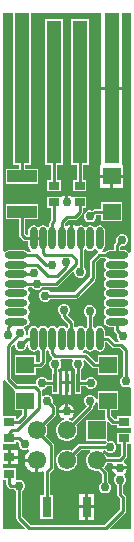
<source format=gtl>
G04*
G04 #@! TF.GenerationSoftware,Altium Limited,Altium Designer,21.0.9 (235)*
G04*
G04 Layer_Physical_Order=1*
G04 Layer_Color=255*
%FSLAX25Y25*%
%MOIN*%
G70*
G04*
G04 #@! TF.SameCoordinates,DB5CEA20-A306-4327-B62D-959DDA491E44*
G04*
G04*
G04 #@! TF.FilePolarity,Positive*
G04*
G01*
G75*
%ADD12C,0.01000*%
%ADD18R,0.03543X0.02756*%
%ADD19R,0.05906X0.05512*%
%ADD20R,0.01181X0.06299*%
%ADD21R,0.09843X0.03937*%
%ADD22R,0.03150X0.06693*%
%ADD23O,0.02362X0.07677*%
%ADD24O,0.07677X0.02362*%
%ADD25R,0.05000X0.50000*%
%ADD26R,0.05000X0.47500*%
%ADD37C,0.06102*%
%ADD38R,0.06102X0.06102*%
%ADD39C,0.03000*%
G36*
X44924Y94765D02*
X44424Y94613D01*
X44224Y94913D01*
X43668Y95284D01*
X43012Y95415D01*
X41374D01*
Y96453D01*
X41728Y96819D01*
X42524D01*
X43259Y97123D01*
X43821Y97686D01*
X44126Y98421D01*
Y99217D01*
X43821Y99952D01*
X43259Y100514D01*
X42524Y100819D01*
X41728D01*
X40993Y100514D01*
X40431Y99952D01*
X40126Y99217D01*
Y98421D01*
X40173Y98308D01*
X39633Y97768D01*
X39412Y97437D01*
X39335Y97047D01*
Y95415D01*
X37697D01*
X37041Y95284D01*
X36485Y94913D01*
X36356Y94720D01*
X35463D01*
X35405Y94881D01*
X35379Y95220D01*
X35858Y95540D01*
X36229Y96096D01*
X36360Y96752D01*
Y102067D01*
X36229Y102723D01*
X35858Y103279D01*
X35302Y103650D01*
X34646Y103781D01*
X33990Y103650D01*
X33434Y103279D01*
X33321Y103110D01*
X32821D01*
X32708Y103279D01*
X32152Y103650D01*
X31496Y103781D01*
X30840Y103650D01*
X30284Y103279D01*
X30171Y103110D01*
X29671D01*
X29559Y103279D01*
X29002Y103650D01*
X28346Y103781D01*
X27691Y103650D01*
X27464Y103499D01*
X26794Y103602D01*
X26769Y103639D01*
X26048Y104121D01*
X25697Y104191D01*
Y99410D01*
X24697D01*
Y104191D01*
X24346Y104121D01*
X23624Y103639D01*
X23599Y103602D01*
X23512Y103570D01*
X23067Y103705D01*
Y104499D01*
X24044Y105476D01*
X26378D01*
X26768Y105554D01*
X27099Y105775D01*
X28676Y107352D01*
X28897Y107683D01*
X28974Y108073D01*
Y109539D01*
X30226D01*
Y113295D01*
X25683D01*
Y113295D01*
X25398Y113177D01*
X25038Y113537D01*
X24122Y113916D01*
Y111417D01*
X23122D01*
Y113916D01*
X22206Y113537D01*
X22155Y113486D01*
X21726Y113295D01*
Y113295D01*
X21726Y113295D01*
X17183D01*
Y109539D01*
X18435D01*
Y105507D01*
X18177Y105248D01*
X17956Y104918D01*
X17878Y104528D01*
Y103408D01*
X17686Y103279D01*
X17573Y103110D01*
X17073D01*
X16960Y103279D01*
X16404Y103650D01*
X15748Y103781D01*
X15092Y103650D01*
X14536Y103279D01*
X14423Y103110D01*
X13923D01*
X13810Y103279D01*
X13254Y103650D01*
X12598Y103781D01*
X11942Y103650D01*
X11386Y103279D01*
X11015Y102723D01*
X10884Y102067D01*
Y100429D01*
X10265D01*
X9681Y101013D01*
Y105799D01*
X14083D01*
Y110736D01*
X3240D01*
Y105799D01*
X7642D01*
Y100591D01*
X7719Y100200D01*
X7941Y99870D01*
X9122Y98689D01*
X9452Y98467D01*
X9843Y98390D01*
X10884D01*
Y96752D01*
X11015Y96096D01*
X11386Y95540D01*
X11865Y95220D01*
X11839Y94881D01*
X11782Y94720D01*
X10888D01*
X10759Y94913D01*
X10203Y95284D01*
X9547Y95415D01*
X4232D01*
X3576Y95284D01*
X3020Y94913D01*
X3017Y94908D01*
X2517Y95059D01*
X2517Y174452D01*
X5705D01*
Y123858D01*
X7642D01*
Y122547D01*
X3240D01*
Y117610D01*
X14083D01*
Y122547D01*
X9681D01*
Y123858D01*
X11705D01*
Y174452D01*
X35205D01*
Y149858D01*
X42205D01*
Y174452D01*
X44924D01*
Y94765D01*
D02*
G37*
G36*
X33434Y95540D02*
X33990Y95168D01*
X34064Y95154D01*
Y94644D01*
X34059Y94643D01*
X33728Y94422D01*
X31563Y92256D01*
X31341Y91926D01*
X31264Y91535D01*
Y86446D01*
X26153Y81335D01*
X18278D01*
X18231Y81448D01*
X17668Y82011D01*
X16933Y82315D01*
X16138D01*
X15403Y82011D01*
X14840Y81448D01*
X14535Y80713D01*
Y79917D01*
X14840Y79182D01*
X15403Y78619D01*
X16138Y78315D01*
X16933D01*
X17668Y78619D01*
X18231Y79182D01*
X18278Y79295D01*
X26575D01*
X26965Y79373D01*
X27296Y79594D01*
X33004Y85303D01*
X33225Y85633D01*
X33303Y86024D01*
Y91113D01*
X34871Y92681D01*
X36356D01*
X36485Y92489D01*
X36654Y92376D01*
Y91876D01*
X36485Y91763D01*
X36113Y91207D01*
X35983Y90551D01*
X36113Y89895D01*
X36485Y89339D01*
X36654Y89226D01*
Y88726D01*
X36485Y88614D01*
X36113Y88058D01*
X35983Y87402D01*
X36113Y86746D01*
X36485Y86190D01*
X36654Y86077D01*
Y85577D01*
X36485Y85464D01*
X36113Y84908D01*
X35983Y84252D01*
X36113Y83596D01*
X36485Y83040D01*
X36654Y82927D01*
Y82427D01*
X36485Y82314D01*
X36113Y81758D01*
X35983Y81102D01*
X36113Y80446D01*
X36485Y79890D01*
X36654Y79778D01*
Y79278D01*
X36485Y79165D01*
X36113Y78609D01*
X35983Y77953D01*
X36113Y77297D01*
X36485Y76741D01*
X36654Y76628D01*
Y76128D01*
X36485Y76015D01*
X36113Y75459D01*
X35983Y74803D01*
X36113Y74147D01*
X36485Y73591D01*
X36654Y73478D01*
Y72978D01*
X36485Y72865D01*
X36113Y72309D01*
X35983Y71653D01*
X36113Y70998D01*
X36485Y70442D01*
X37041Y70070D01*
X37697Y69940D01*
X39335D01*
Y68898D01*
X39412Y68507D01*
X39633Y68177D01*
X40567Y67243D01*
X40520Y67130D01*
Y66334D01*
X40824Y65599D01*
X41124Y65299D01*
X40917Y64799D01*
X39792D01*
X37926Y66666D01*
X37595Y66887D01*
X37205Y66965D01*
X36360D01*
Y68602D01*
X36229Y69258D01*
X35858Y69814D01*
X35302Y70186D01*
X34646Y70316D01*
X33990Y70186D01*
X33434Y69814D01*
X33321Y69646D01*
X32821D01*
X32708Y69814D01*
X32319Y70074D01*
Y73257D01*
X32432Y73304D01*
X32995Y73867D01*
X33299Y74602D01*
Y75398D01*
X32995Y76133D01*
X32432Y76696D01*
X31697Y77000D01*
X30901D01*
X30166Y76696D01*
X29604Y76133D01*
X29299Y75398D01*
Y74602D01*
X29604Y73867D01*
X30166Y73304D01*
X30280Y73257D01*
Y69808D01*
X30171Y69646D01*
X29671D01*
X29559Y69814D01*
X29002Y70186D01*
X28346Y70316D01*
X27691Y70186D01*
X27134Y69814D01*
X27066Y69712D01*
X26558Y69681D01*
X26216Y70019D01*
Y71063D01*
X26139Y71453D01*
X25918Y71784D01*
X23789Y73913D01*
X24333Y74458D01*
X24638Y75193D01*
Y75988D01*
X24333Y76723D01*
X23771Y77286D01*
X23036Y77591D01*
X22240D01*
X21505Y77286D01*
X20942Y76723D01*
X20638Y75988D01*
Y75193D01*
X20942Y74458D01*
X21505Y73895D01*
X21618Y73848D01*
Y73622D01*
X21696Y73232D01*
X21917Y72901D01*
X24177Y70641D01*
Y69943D01*
X23985Y69814D01*
X23872Y69646D01*
X23372D01*
X23259Y69814D01*
X22703Y70186D01*
X22047Y70316D01*
X21391Y70186D01*
X20835Y69814D01*
X20722Y69646D01*
X20222D01*
X20110Y69814D01*
X19554Y70186D01*
X18898Y70316D01*
X18242Y70186D01*
X17686Y69814D01*
X17573Y69646D01*
X17073D01*
X16960Y69814D01*
X16404Y70186D01*
X15748Y70316D01*
X15092Y70186D01*
X14536Y69814D01*
X14423Y69646D01*
X13923D01*
X13810Y69814D01*
X13254Y70186D01*
X12598Y70316D01*
X11942Y70186D01*
X11386Y69814D01*
X11015Y69258D01*
X10884Y68602D01*
Y67330D01*
X10615Y67220D01*
X10552Y67249D01*
X10183Y67576D01*
Y68199D01*
X9879Y68934D01*
X9373Y69440D01*
X9417Y69709D01*
X9527Y69940D01*
X9547D01*
X10203Y70070D01*
X10759Y70442D01*
X11131Y70998D01*
X11261Y71653D01*
X11131Y72309D01*
X10759Y72865D01*
X10590Y72978D01*
Y73478D01*
X10759Y73591D01*
X11131Y74147D01*
X11261Y74803D01*
X11131Y75459D01*
X10759Y76015D01*
X10590Y76128D01*
Y76628D01*
X10759Y76741D01*
X11131Y77297D01*
X11261Y77953D01*
X11131Y78609D01*
X10759Y79165D01*
X10590Y79278D01*
Y79778D01*
X10759Y79890D01*
X11131Y80446D01*
X11261Y81102D01*
X11131Y81758D01*
X10759Y82314D01*
X10657Y82383D01*
X10626Y82891D01*
X10964Y83232D01*
X12037D01*
X12084Y83119D01*
X12647Y82556D01*
X13382Y82252D01*
X14177D01*
X14912Y82556D01*
X15475Y83119D01*
X15522Y83232D01*
X20079D01*
X20469Y83310D01*
X20800Y83531D01*
X25650Y88381D01*
X26150Y88174D01*
Y87791D01*
X26454Y87056D01*
X27017Y86493D01*
X27752Y86189D01*
X28547D01*
X29283Y86493D01*
X29845Y87056D01*
X30150Y87791D01*
Y88587D01*
X29845Y89322D01*
X29283Y89885D01*
X29268Y89891D01*
Y95346D01*
X29559Y95540D01*
X29671Y95709D01*
X30171D01*
X30284Y95540D01*
X30840Y95168D01*
X31496Y95038D01*
X32152Y95168D01*
X32708Y95540D01*
X32821Y95709D01*
X33321D01*
X33434Y95540D01*
D02*
G37*
G36*
X10884Y63818D02*
Y63287D01*
X11015Y62631D01*
X11386Y62075D01*
X11942Y61704D01*
X12598Y61573D01*
X13254Y61704D01*
X13810Y62075D01*
X13879Y62177D01*
X14387Y62209D01*
X14728Y61871D01*
Y58493D01*
X14342Y58106D01*
X13295D01*
Y60343D01*
X6390D01*
Y53831D01*
X13295D01*
Y56067D01*
X14764D01*
X15154Y56145D01*
X15485Y56366D01*
X16469Y57350D01*
X16690Y57681D01*
X16768Y58071D01*
Y61947D01*
X16960Y62075D01*
X17028Y62177D01*
X17537Y62209D01*
X17878Y61871D01*
Y61024D01*
X17956Y60633D01*
X18177Y60303D01*
X18758Y59721D01*
X18749Y59206D01*
X18681Y59108D01*
X18186Y58613D01*
X17882Y57878D01*
Y57082D01*
X18186Y56347D01*
X18749Y55785D01*
X18862Y55738D01*
Y54831D01*
X18791D01*
Y52299D01*
X17195D01*
X17148Y52412D01*
X16586Y52975D01*
X15851Y53280D01*
X15055D01*
X14320Y52975D01*
X13757Y52412D01*
X13453Y51677D01*
Y51241D01*
X12992Y50823D01*
X12991Y50823D01*
X7115D01*
X4957Y52981D01*
Y63133D01*
X5768Y63944D01*
X6268Y63737D01*
Y63382D01*
X6572Y62647D01*
X7135Y62084D01*
X7870Y61779D01*
X8665D01*
X9401Y62084D01*
X9963Y62647D01*
X10268Y63382D01*
Y63961D01*
X10384Y64056D01*
X10884Y63818D01*
D02*
G37*
G36*
X38649Y63059D02*
X38980Y62837D01*
X39370Y62760D01*
X41310D01*
X42453Y61617D01*
Y53431D01*
X42340Y53385D01*
X41777Y52822D01*
X41472Y52087D01*
Y51291D01*
X41777Y50556D01*
X42340Y49994D01*
X43075Y49689D01*
X43870D01*
X44424Y49918D01*
X44924Y49659D01*
Y40067D01*
X40445D01*
Y39209D01*
X39596D01*
X38421Y40383D01*
Y42020D01*
X40854D01*
Y48531D01*
X33949D01*
Y45887D01*
X33449Y45788D01*
X33192Y46409D01*
X32629Y46971D01*
X31894Y47276D01*
X31098D01*
X30363Y46971D01*
X29801Y46409D01*
X29496Y45673D01*
Y44878D01*
X29801Y44143D01*
X30345Y43598D01*
X25308Y38561D01*
X24993Y38742D01*
X24537Y38864D01*
X24503Y39391D01*
X25038Y39613D01*
X25741Y40316D01*
X26121Y41232D01*
X21123D01*
X21503Y40316D01*
X22206Y39613D01*
X22741Y39391D01*
X22707Y38864D01*
X22251Y38742D01*
X21442Y38275D01*
X20780Y37613D01*
X20313Y36804D01*
X20071Y35901D01*
Y34966D01*
X20313Y34062D01*
X20780Y33253D01*
X21442Y32591D01*
X22251Y32124D01*
X23155Y31882D01*
X24090D01*
X24993Y32124D01*
X25802Y32591D01*
X26464Y33253D01*
X26931Y34062D01*
X27173Y34966D01*
Y35901D01*
X26931Y36804D01*
X26750Y37119D01*
X32217Y42586D01*
X32438Y42917D01*
X32516Y43307D01*
Y43533D01*
X32629Y43580D01*
X33192Y44143D01*
X33449Y44764D01*
X33949Y44664D01*
Y42020D01*
X36382D01*
Y39961D01*
X36460Y39571D01*
X36517Y39484D01*
X36250Y38984D01*
X30071D01*
Y31882D01*
X36865D01*
X36999Y31557D01*
X37018Y31382D01*
X36494Y30857D01*
X36446Y30744D01*
X27913D01*
X27523Y30666D01*
X27192Y30445D01*
X25308Y28561D01*
X24993Y28742D01*
X24090Y28984D01*
X23155D01*
X22251Y28742D01*
X21442Y28275D01*
X20780Y27613D01*
X20313Y26804D01*
X20071Y25901D01*
Y24965D01*
X20313Y24062D01*
X20780Y23253D01*
X21442Y22591D01*
X22251Y22124D01*
X23155Y21882D01*
X24090D01*
X24993Y22124D01*
X25802Y22591D01*
X26464Y23253D01*
X26931Y24062D01*
X27173Y24965D01*
Y25901D01*
X26931Y26804D01*
X26750Y27119D01*
X28336Y28705D01*
X31273D01*
X31372Y28205D01*
X30780Y27613D01*
X30313Y26804D01*
X30071Y25901D01*
Y24965D01*
X30313Y24062D01*
X30780Y23253D01*
X31442Y22591D01*
X32251Y22124D01*
X33154Y21882D01*
X34090D01*
X34295Y21937D01*
X35398Y20835D01*
Y18081D01*
X35284Y18034D01*
X34722Y17471D01*
X34417Y16736D01*
Y15941D01*
X34722Y15206D01*
X35284Y14643D01*
X36020Y14339D01*
X36815D01*
X37550Y14643D01*
X38113Y15206D01*
X38417Y15941D01*
Y16736D01*
X38113Y17471D01*
X37550Y18034D01*
X37437Y18081D01*
Y21257D01*
X37359Y21647D01*
X37138Y21978D01*
X36164Y22953D01*
X36464Y23253D01*
X36931Y24062D01*
X37015Y24374D01*
X38729D01*
X39063Y23874D01*
X38840Y23335D01*
X43837D01*
X43458Y24251D01*
X42755Y24954D01*
X42686Y25299D01*
X43437Y26051D01*
X43659Y26381D01*
X43736Y26772D01*
Y30799D01*
X44924D01*
Y2517D01*
X38274D01*
X38082Y2979D01*
X43044Y7940D01*
X43265Y8271D01*
X43342Y8661D01*
Y13115D01*
X43265Y13505D01*
X43044Y13836D01*
X42555Y14325D01*
Y17155D01*
X42668Y17202D01*
X43231Y17765D01*
X43535Y18500D01*
Y19296D01*
X43231Y20030D01*
X42977Y20284D01*
X42763Y20699D01*
X42977Y20938D01*
X43458Y21418D01*
X43837Y22335D01*
X38840D01*
X39219Y21418D01*
X39922Y20715D01*
X39933Y20711D01*
X40030Y20221D01*
X39840Y20030D01*
X39535Y19296D01*
Y18500D01*
X39840Y17765D01*
X40402Y17202D01*
X40516Y17155D01*
Y13903D01*
X40593Y13512D01*
X40815Y13182D01*
X41303Y12693D01*
Y9084D01*
X36208Y3988D01*
X11627D01*
X8894Y6722D01*
Y15187D01*
X9007Y15234D01*
X9569Y15796D01*
X9874Y16531D01*
Y17327D01*
X9569Y18062D01*
X9007Y18625D01*
X8272Y18929D01*
X7476D01*
X7233Y18828D01*
X6799Y19190D01*
Y22744D01*
X2517D01*
Y24000D01*
X4028D01*
Y26378D01*
Y28756D01*
X2517D01*
Y30799D01*
X6799D01*
Y31550D01*
X7299Y31613D01*
X7693Y31220D01*
X7646Y31106D01*
Y30311D01*
X7950Y29576D01*
X8513Y29013D01*
X9248Y28709D01*
X10044D01*
X10779Y29013D01*
X11110Y28651D01*
X10380Y27920D01*
X9847Y26997D01*
X9571Y25966D01*
Y25933D01*
X13622D01*
Y25433D01*
X14122D01*
Y21382D01*
X14155D01*
X15186Y21658D01*
X15428Y21798D01*
X15582Y21752D01*
X15910Y21498D01*
Y13689D01*
X14854D01*
Y5996D01*
X19004D01*
Y13689D01*
X17949D01*
Y21231D01*
X19028Y22310D01*
X19249Y22641D01*
X19327Y23031D01*
Y30512D01*
X19249Y30902D01*
X19028Y31233D01*
X16663Y33598D01*
X16931Y34062D01*
X17173Y34966D01*
Y35901D01*
X16931Y36804D01*
X16749Y37119D01*
X19816Y40185D01*
X20037Y40515D01*
X20114Y40905D01*
Y43110D01*
X20037Y43500D01*
X19816Y43831D01*
X19079Y44568D01*
X19126Y44681D01*
Y45477D01*
X18822Y46212D01*
X18259Y46774D01*
X17524Y47079D01*
X16728D01*
X15993Y46774D01*
X15890Y46671D01*
X15390Y46878D01*
Y48425D01*
X15319Y48779D01*
X15322Y48831D01*
X15603Y49279D01*
X15851D01*
X16586Y49584D01*
X17148Y50147D01*
X17195Y50260D01*
X18791D01*
Y47532D01*
X20972D01*
Y54831D01*
X20901D01*
Y55738D01*
X21015Y55785D01*
X21577Y56347D01*
X21882Y57082D01*
Y57878D01*
X21577Y58613D01*
X21474Y58717D01*
X21681Y59217D01*
X25563D01*
X25770Y58717D01*
X25667Y58613D01*
X25362Y57878D01*
Y57082D01*
X25667Y56347D01*
X26229Y55785D01*
X26343Y55738D01*
Y54831D01*
X26272D01*
Y47532D01*
X28453D01*
Y50161D01*
X29958D01*
X30005Y50048D01*
X30568Y49486D01*
X31303Y49181D01*
X32099D01*
X32834Y49486D01*
X33396Y50048D01*
X33701Y50783D01*
Y51579D01*
X33396Y52314D01*
X32834Y52877D01*
X32099Y53181D01*
X31303D01*
X30568Y52877D01*
X30005Y52314D01*
X29958Y52201D01*
X28453D01*
Y54831D01*
X28382D01*
Y55738D01*
X28495Y55785D01*
X29058Y56347D01*
X29362Y57082D01*
Y57878D01*
X29170Y58341D01*
X29417Y58889D01*
X29437Y58904D01*
X29585Y58933D01*
X32153Y56366D01*
X32484Y56145D01*
X32874Y56067D01*
X33949D01*
Y53831D01*
X40854D01*
Y60343D01*
X33949D01*
Y58106D01*
X33296D01*
X30445Y60957D01*
X30115Y61178D01*
X29724Y61256D01*
X29163D01*
X29106Y61416D01*
X29080Y61756D01*
X29559Y62075D01*
X29671Y62244D01*
X30171D01*
X30284Y62075D01*
X30840Y61704D01*
X31496Y61573D01*
X32152Y61704D01*
X32708Y62075D01*
X32821Y62244D01*
X33321D01*
X33434Y62075D01*
X33990Y61704D01*
X34646Y61573D01*
X35302Y61704D01*
X35858Y62075D01*
X36229Y62631D01*
X36360Y63287D01*
Y64739D01*
X36860Y64848D01*
X38649Y63059D01*
D02*
G37*
G36*
X3017Y52136D02*
X3216Y51838D01*
X5972Y49082D01*
X6179Y48944D01*
X6390Y48531D01*
Y42020D01*
X8823D01*
Y40733D01*
X7299Y39209D01*
X6799Y39209D01*
Y40067D01*
X2517D01*
X2517Y51854D01*
X2980Y52141D01*
X3017Y52136D01*
D02*
G37*
G36*
X38452Y37468D02*
X38783Y37247D01*
X39173Y37169D01*
X40445D01*
Y36311D01*
X44924D01*
Y34555D01*
X40445D01*
Y30799D01*
X41697D01*
Y27194D01*
X40916Y26413D01*
X37036D01*
X36931Y26804D01*
X36464Y27613D01*
X35872Y28205D01*
X35971Y28705D01*
X36446D01*
X36494Y28591D01*
X37056Y28029D01*
X37791Y27724D01*
X38587D01*
X39322Y28029D01*
X39884Y28591D01*
X40189Y29327D01*
Y30122D01*
X39884Y30857D01*
X39322Y31420D01*
X38587Y31724D01*
X37791D01*
X37570Y31633D01*
X37173Y32010D01*
Y38094D01*
X37635Y38285D01*
X38452Y37468D01*
D02*
G37*
G36*
X3508Y17520D02*
X3586Y17130D01*
X3807Y16799D01*
X4392Y16213D01*
X4723Y15992D01*
X5113Y15914D01*
X6130D01*
X6179Y15796D01*
X6741Y15234D01*
X6854Y15187D01*
Y6299D01*
X6932Y5909D01*
X7153Y5578D01*
X9753Y2979D01*
X9561Y2517D01*
X2517D01*
Y18988D01*
X3508D01*
Y17520D01*
D02*
G37*
%LPC*%
G36*
X42205Y148858D02*
X35205D01*
Y123835D01*
X34630D01*
Y120579D01*
X42535D01*
Y123835D01*
X42205D01*
Y148858D01*
D02*
G37*
G36*
X42535Y119579D02*
X39083D01*
Y116323D01*
X42535D01*
Y119579D01*
D02*
G37*
G36*
X38083D02*
X34630D01*
Y116323D01*
X38083D01*
Y119579D01*
D02*
G37*
G36*
X30955Y172358D02*
X24955D01*
Y123858D01*
X26935D01*
Y118807D01*
X25683D01*
Y115051D01*
X30226D01*
Y118807D01*
X28974D01*
Y123858D01*
X30955D01*
Y172358D01*
D02*
G37*
G36*
X22455D02*
X16455D01*
Y123858D01*
X18435D01*
Y118807D01*
X17183D01*
Y115051D01*
X21726D01*
Y118807D01*
X20474D01*
Y123858D01*
X22455D01*
Y172358D01*
D02*
G37*
G36*
X42035Y111524D02*
X35130D01*
Y109287D01*
X33071D01*
X32681Y109210D01*
X32350Y108989D01*
X32007Y108646D01*
X31894Y108693D01*
X31098D01*
X30363Y108388D01*
X29801Y107826D01*
X29496Y107091D01*
Y106295D01*
X29801Y105560D01*
X30363Y104997D01*
X31098Y104693D01*
X31894D01*
X32629Y104997D01*
X33192Y105560D01*
X33496Y106295D01*
Y107091D01*
X33958Y107248D01*
X35130D01*
Y105012D01*
X42035D01*
Y111524D01*
D02*
G37*
G36*
X25213Y55331D02*
X24122D01*
Y51681D01*
X25213D01*
Y55331D01*
D02*
G37*
G36*
X23122D02*
X22031D01*
Y51681D01*
X23122D01*
Y55331D01*
D02*
G37*
G36*
X25213Y50681D02*
X24122D01*
Y47032D01*
X25213D01*
Y50681D01*
D02*
G37*
G36*
X23122D02*
X22031D01*
Y47032D01*
X23122D01*
Y50681D01*
D02*
G37*
G36*
X24122Y44231D02*
Y42232D01*
X26121D01*
X25741Y43148D01*
X25038Y43852D01*
X24122Y44231D01*
D02*
G37*
G36*
X23122D02*
X22206Y43852D01*
X21503Y43148D01*
X21123Y42232D01*
X23122D01*
Y44231D01*
D02*
G37*
G36*
X7299Y28756D02*
X5028D01*
Y26878D01*
X7299D01*
Y28756D01*
D02*
G37*
G36*
Y25878D02*
X5028D01*
Y24000D01*
X7299D01*
Y25878D01*
D02*
G37*
G36*
X13122Y24933D02*
X9571D01*
Y24900D01*
X9847Y23869D01*
X10380Y22946D01*
X11135Y22191D01*
X12058Y21658D01*
X13089Y21382D01*
X13122D01*
Y24933D01*
D02*
G37*
G36*
X32890Y14189D02*
X30815D01*
Y10343D01*
X32890D01*
Y14189D01*
D02*
G37*
G36*
X29815D02*
X27740D01*
Y10343D01*
X29815D01*
Y14189D01*
D02*
G37*
G36*
X32890Y9342D02*
X30815D01*
Y5496D01*
X32890D01*
Y9342D01*
D02*
G37*
G36*
X29815D02*
X27740D01*
Y5496D01*
X29815D01*
Y9342D01*
D02*
G37*
%LPD*%
D12*
X41535Y13903D02*
X42323Y13115D01*
X41535Y13903D02*
Y18898D01*
X42323Y8661D02*
Y13115D01*
X7087Y87402D02*
X12008D01*
X12598Y87992D01*
X7087Y87402D02*
X7087Y87402D01*
X6890Y87402D02*
X7087D01*
X17548Y86811D02*
X20472D01*
X6890Y90551D02*
X13808D01*
X17548Y86811D01*
X6890Y93701D02*
X13386D01*
X16732Y90354D01*
X18898D01*
X4528Y32677D02*
X4528D01*
X4528D02*
X4528Y32677D01*
X3937Y69685D02*
X5906Y71653D01*
X3937Y67158D02*
Y69685D01*
Y67158D02*
X3968Y67126D01*
X3937Y63555D02*
X8183Y67801D01*
X6890Y71653D02*
X6890Y71653D01*
X4528Y32677D02*
X7677D01*
X3937Y52559D02*
Y63555D01*
Y52559D02*
X6693Y49803D01*
X12992D01*
X14370Y42680D02*
Y48425D01*
X12992Y49803D02*
X14370Y48425D01*
X7087Y35433D02*
X10423Y38769D01*
X10459D01*
X14370Y42680D01*
X4528Y38189D02*
X7721D01*
X9843Y40310D02*
Y45276D01*
X7721Y38189D02*
X9843Y40310D01*
X5512Y35433D02*
X7087D01*
X4528Y34449D02*
X5512Y35433D01*
X4528Y32677D02*
Y34449D01*
Y32677D02*
X4528Y32677D01*
Y32677D02*
Y32677D01*
X19882Y51189D02*
Y57480D01*
X17126Y45079D02*
X17126D01*
X19094Y43110D01*
Y40905D02*
Y43110D01*
X13622Y35433D02*
X19094Y40905D01*
X32283Y86024D02*
Y91535D01*
X16535Y80315D02*
X26575D01*
X32283Y86024D01*
X22638Y73622D02*
Y75590D01*
X25197Y66339D02*
X25197Y66339D01*
X22638Y73622D02*
X25197Y71063D01*
X25197Y65945D02*
Y66339D01*
X25197Y66339D02*
Y71063D01*
X33622Y24052D02*
Y25433D01*
Y24052D02*
X36417Y21257D01*
Y16339D02*
Y21257D01*
X7677Y32677D02*
X9646Y30709D01*
X40354Y68898D02*
X42520Y66732D01*
X40354Y68898D02*
Y71653D01*
X40354Y71653D01*
X43472Y51689D02*
Y62039D01*
X41732Y63779D02*
X43472Y62039D01*
X34646Y65945D02*
X34646Y65945D01*
X37205D02*
X39370Y63779D01*
X41732D01*
X34646Y65945D02*
X37205D01*
X40354Y93701D02*
Y97047D01*
X42126Y98819D01*
X23622Y35433D02*
X31496Y43307D01*
Y45276D01*
X31299Y67520D02*
Y75000D01*
Y67520D02*
X31496Y67323D01*
Y65945D02*
Y67323D01*
X27913Y29724D02*
X38189D01*
X23622Y25433D02*
X27913Y29724D01*
X28248Y99311D02*
X28346Y99410D01*
X28248Y88287D02*
Y99311D01*
X32283Y91535D02*
X34449Y93701D01*
X40354D01*
X31496Y106693D02*
X33071Y108268D01*
X38583D01*
X23425Y89764D02*
Y91339D01*
X20472Y86811D02*
X23425Y89764D01*
X25192Y93902D02*
X26575Y92520D01*
X13780Y84252D02*
X20079D01*
X7283D02*
X13780D01*
X26575Y90748D02*
Y92520D01*
X5113Y16934D02*
X7869D01*
X4528Y17520D02*
X5113Y16934D01*
X7869D02*
X7874Y16929D01*
X4528Y17520D02*
Y20669D01*
X4528Y20669D01*
Y20866D01*
X36630Y2968D02*
X42323Y8661D01*
X11205Y2968D02*
X36630D01*
X7874Y6299D02*
Y16535D01*
Y6299D02*
X11205Y2968D01*
X7677Y16732D02*
X7874Y16535D01*
X7677Y16732D02*
X7874Y16929D01*
Y16929D01*
X8268Y63779D02*
X10433Y65945D01*
X12598D01*
X13622Y35197D02*
Y35433D01*
Y35197D02*
X18307Y30512D01*
Y23031D02*
Y30512D01*
X16929Y9843D02*
Y21654D01*
X18307Y23031D01*
X33622Y25433D02*
X33661Y25394D01*
X41339D01*
X42717Y26772D02*
Y32677D01*
X41339Y25394D02*
X42717Y26772D01*
X37402Y39961D02*
Y45276D01*
Y39961D02*
X39173Y38189D01*
X42717D01*
X32874Y57087D02*
X37402D01*
X29724Y60236D02*
X32874Y57087D01*
X19685Y60236D02*
X29724D01*
X18898Y61024D02*
X19685Y60236D01*
X18898Y61024D02*
Y65945D01*
X15748Y65748D02*
X15945Y65945D01*
X9843Y57087D02*
X14764D01*
X15748Y58071D02*
Y65748D01*
X14764Y57087D02*
X15748Y58071D01*
Y65945D02*
X15945D01*
X15945Y65945D01*
X27362Y51181D02*
X31701D01*
X15453Y51279D02*
X19791D01*
X19882Y51189D01*
X20079Y84252D02*
X26575Y90748D01*
X27362Y51181D02*
Y57480D01*
Y51181D02*
X27362Y51181D01*
X19882D02*
Y51189D01*
X15748Y94488D02*
X16334Y93902D01*
X25192D01*
X15748Y94488D02*
Y99410D01*
X8661Y149315D02*
X8705Y149358D01*
X8661Y120079D02*
Y149315D01*
X7283Y84252D02*
X7283Y84252D01*
X6890Y84252D02*
X7283D01*
X8661Y100591D02*
Y108268D01*
X9843Y99410D02*
X12598D01*
X8661Y100591D02*
X9843Y99410D01*
X12598D02*
X15354D01*
X15354Y99410D01*
X15354Y99410D01*
X15748D01*
X18898Y104528D02*
X19455Y105085D01*
X18898Y99410D02*
Y104528D01*
X26378Y106496D02*
X27955Y108073D01*
Y111417D01*
X23622Y106496D02*
X26378D01*
X22047Y104921D02*
X23622Y106496D01*
X22047Y100000D02*
Y104921D01*
Y100000D02*
X22047Y100000D01*
Y99410D02*
Y100000D01*
X19455Y105085D02*
Y111417D01*
X27955Y116929D02*
Y148108D01*
X19455Y116929D02*
Y148108D01*
D18*
X4528Y20866D02*
D03*
Y26378D02*
D03*
X19455Y116929D02*
D03*
Y111417D02*
D03*
X27955Y116929D02*
D03*
Y111417D02*
D03*
X4528Y38189D02*
D03*
Y32677D02*
D03*
X42717Y38189D02*
D03*
Y32677D02*
D03*
D19*
X38583Y108268D02*
D03*
Y120079D02*
D03*
X37402Y57087D02*
D03*
Y45276D02*
D03*
X9843Y57087D02*
D03*
Y45276D02*
D03*
D20*
X27362Y51181D02*
D03*
X23622D02*
D03*
X19882D02*
D03*
D21*
X8661Y108268D02*
D03*
Y120079D02*
D03*
D22*
X16929Y9843D02*
D03*
X30315D02*
D03*
D23*
X12598Y99410D02*
D03*
X15748D02*
D03*
X18898D02*
D03*
X22047D02*
D03*
X25197D02*
D03*
X28346D02*
D03*
X31496D02*
D03*
X34646D02*
D03*
Y65945D02*
D03*
X31496D02*
D03*
X28346D02*
D03*
X25197D02*
D03*
X22047D02*
D03*
X18898D02*
D03*
X15748D02*
D03*
X12598D02*
D03*
D24*
X40354Y93701D02*
D03*
Y90551D02*
D03*
Y87402D02*
D03*
Y84252D02*
D03*
Y81102D02*
D03*
Y77953D02*
D03*
Y74803D02*
D03*
Y71653D02*
D03*
X6890D02*
D03*
Y74803D02*
D03*
Y77953D02*
D03*
Y81102D02*
D03*
Y84252D02*
D03*
Y87402D02*
D03*
Y90551D02*
D03*
Y93701D02*
D03*
D25*
X8705Y149358D02*
D03*
X38705D02*
D03*
D26*
X19455Y148108D02*
D03*
X27955D02*
D03*
D37*
X13622Y25433D02*
D03*
X23622D02*
D03*
X33622D02*
D03*
X13622Y35433D02*
D03*
X23622D02*
D03*
D38*
X33622D02*
D03*
D39*
X41535Y18898D02*
D03*
X41339Y22835D02*
D03*
X23622Y41732D02*
D03*
Y111417D02*
D03*
X12598Y87992D02*
D03*
X8183Y67801D02*
D03*
X3968Y67126D02*
D03*
X19882Y57480D02*
D03*
X17126Y45079D02*
D03*
X16535Y80315D02*
D03*
X22638Y75590D02*
D03*
X36417Y16339D02*
D03*
X9646Y30709D02*
D03*
X42520Y66732D02*
D03*
X42126Y98819D02*
D03*
X31496Y45276D02*
D03*
X31299Y75000D02*
D03*
X43472Y51689D02*
D03*
X38189Y29724D02*
D03*
X28150Y88189D02*
D03*
X31496Y106693D02*
D03*
X18898Y90354D02*
D03*
X23425Y91339D02*
D03*
X7874Y16929D02*
D03*
X8268Y63779D02*
D03*
X31701Y51181D02*
D03*
X15453Y51279D02*
D03*
X27362Y57480D02*
D03*
X13780Y84252D02*
D03*
M02*

</source>
